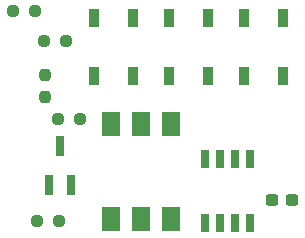
<source format=gbr>
%TF.GenerationSoftware,KiCad,Pcbnew,7.0.9*%
%TF.CreationDate,2024-01-17T02:10:25+09:00*%
%TF.ProjectId,Pmod_CAN,506d6f64-5f43-4414-9e2e-6b696361645f,rev?*%
%TF.SameCoordinates,Original*%
%TF.FileFunction,Paste,Top*%
%TF.FilePolarity,Positive*%
%FSLAX46Y46*%
G04 Gerber Fmt 4.6, Leading zero omitted, Abs format (unit mm)*
G04 Created by KiCad (PCBNEW 7.0.9) date 2024-01-17 02:10:25*
%MOMM*%
%LPD*%
G01*
G04 APERTURE LIST*
G04 Aperture macros list*
%AMRoundRect*
0 Rectangle with rounded corners*
0 $1 Rounding radius*
0 $2 $3 $4 $5 $6 $7 $8 $9 X,Y pos of 4 corners*
0 Add a 4 corners polygon primitive as box body*
4,1,4,$2,$3,$4,$5,$6,$7,$8,$9,$2,$3,0*
0 Add four circle primitives for the rounded corners*
1,1,$1+$1,$2,$3*
1,1,$1+$1,$4,$5*
1,1,$1+$1,$6,$7*
1,1,$1+$1,$8,$9*
0 Add four rect primitives between the rounded corners*
20,1,$1+$1,$2,$3,$4,$5,0*
20,1,$1+$1,$4,$5,$6,$7,0*
20,1,$1+$1,$6,$7,$8,$9,0*
20,1,$1+$1,$8,$9,$2,$3,0*%
G04 Aperture macros list end*
%ADD10R,0.700000X1.550000*%
%ADD11RoundRect,0.237500X0.300000X0.237500X-0.300000X0.237500X-0.300000X-0.237500X0.300000X-0.237500X0*%
%ADD12R,0.900000X1.500000*%
%ADD13RoundRect,0.237500X-0.250000X-0.237500X0.250000X-0.237500X0.250000X0.237500X-0.250000X0.237500X0*%
%ADD14R,0.800000X1.800000*%
%ADD15RoundRect,0.237500X0.237500X-0.250000X0.237500X0.250000X-0.237500X0.250000X-0.237500X-0.250000X0*%
%ADD16R,1.600000X2.070000*%
G04 APERTURE END LIST*
D10*
%TO.C,IC1*%
X155829000Y-107119000D03*
X157099000Y-107119000D03*
X158369000Y-107119000D03*
X159639000Y-107119000D03*
X159639000Y-101669000D03*
X158369000Y-101669000D03*
X157099000Y-101669000D03*
X155829000Y-101669000D03*
%TD*%
D11*
%TO.C,C1*%
X163168500Y-105156000D03*
X161443500Y-105156000D03*
%TD*%
D12*
%TO.C,D3*%
X159132000Y-94652000D03*
X162432000Y-94652000D03*
X162432000Y-89752000D03*
X159132000Y-89752000D03*
%TD*%
D13*
%TO.C,R5*%
X141581500Y-106934000D03*
X143406500Y-106934000D03*
%TD*%
%TO.C,R2*%
X142193000Y-91694000D03*
X144018000Y-91694000D03*
%TD*%
D12*
%TO.C,D2*%
X152782000Y-94652000D03*
X156082000Y-94652000D03*
X156082000Y-89752000D03*
X152782000Y-89752000D03*
%TD*%
%TO.C,D1*%
X146432000Y-94652000D03*
X149732000Y-94652000D03*
X149732000Y-89752000D03*
X146432000Y-89752000D03*
%TD*%
D13*
%TO.C,R6*%
X143359500Y-98298000D03*
X145184500Y-98298000D03*
%TD*%
%TO.C,R4*%
X139549500Y-89154000D03*
X141374500Y-89154000D03*
%TD*%
D14*
%TO.C,Q1*%
X142560000Y-103884000D03*
X144460000Y-103884000D03*
X143510000Y-100584000D03*
%TD*%
D15*
%TO.C,R3*%
X142240000Y-96416500D03*
X142240000Y-94591500D03*
%TD*%
D16*
%TO.C,IC2*%
X147828000Y-106788000D03*
X147828000Y-98698000D03*
X150368000Y-106788000D03*
X150368000Y-98698000D03*
X152908000Y-106788000D03*
X152908000Y-98698000D03*
%TD*%
M02*

</source>
